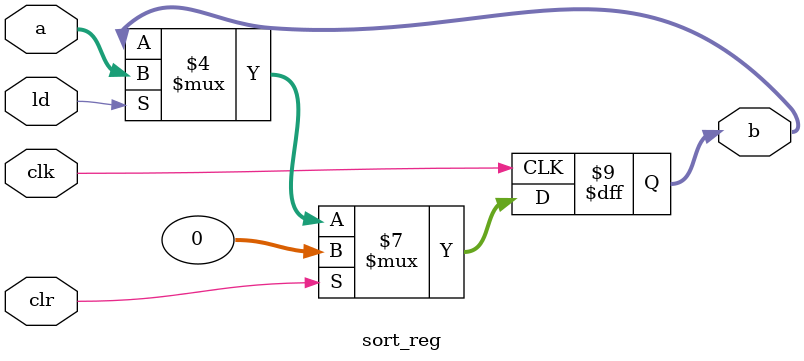
<source format=v>
`timescale 1ns / 1ps


module sort_reg(a, b, clk, clr, ld); 
    // Parameter describing the width of N = 31
    parameter DATAWIDTH = 32;

    // Input and output declarations for the reg module
    input [DATAWIDTH-1:0] a;
    input clk, clr, ld;
    output reg [DATAWIDTH-1:0] b;

    always @(posedge clk) begin
        if (clr == 1) begin
            b <= 0;
        end else if (ld == 1) begin
            b <= a;
        end
    end

endmodule

</source>
